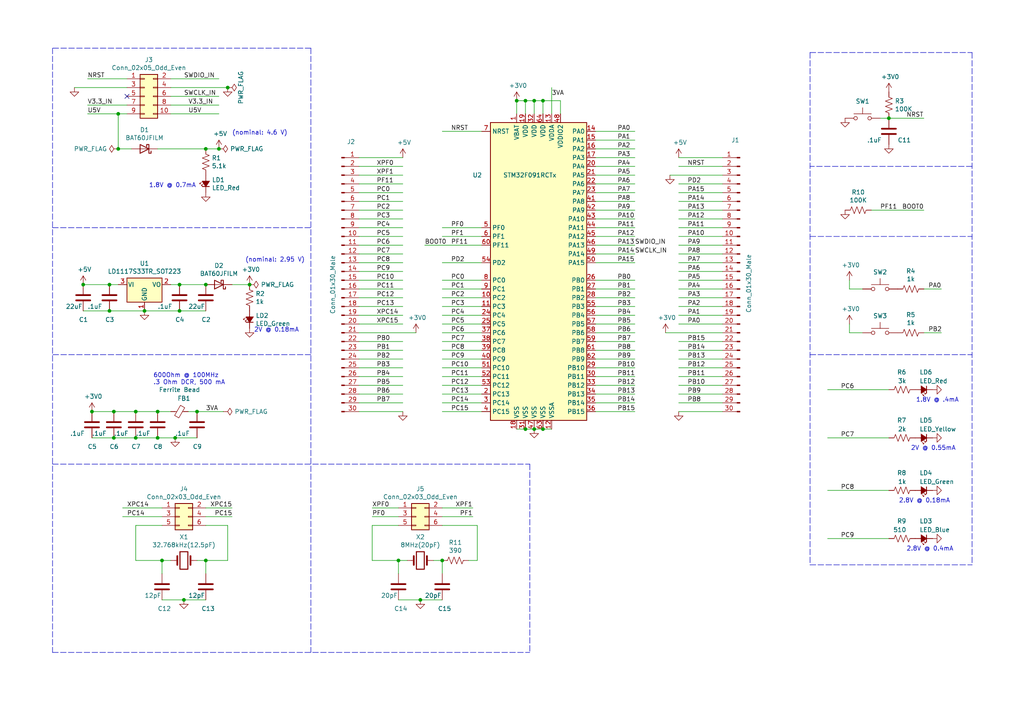
<source format=kicad_sch>
(kicad_sch (version 20211123) (generator eeschema)
  (paper "A4")
  (title_block (title "STM32F091 Dev Board") (date "2020-06-22") (rev "1"))
  (lib_symbols
    (symbol "Connector:Conn_01x30_Male" (pin_names (offset 1.016) hide)
      (property "Reference" "J" (at 0 38.1 0))
      (property "Value" "Conn_01x30_Male" (at 0 -40.64 0))
      (symbol "Conn_01x30_Male_1_1"
        (pin passive line (at 5.08 35.56 180) (length 3.81) (name "Pin_1") (number "1"))
        (pin passive line (at 5.08 12.7 180) (length 3.81) (name "Pin_10") (number "10"))
        (pin passive line (at 5.08 10.16 180) (length 3.81) (name "Pin_11") (number "11"))
        (pin passive line (at 5.08 7.62 180) (length 3.81) (name "Pin_12") (number "12"))
        (pin passive line (at 5.08 5.08 180) (length 3.81) (name "Pin_13") (number "13"))
        (pin passive line (at 5.08 2.54 180) (length 3.81) (name "Pin_14") (number "14"))
        (pin passive line (at 5.08 0 180) (length 3.81) (name "Pin_15") (number "15"))
        (pin passive line (at 5.08 -2.54 180) (length 3.81) (name "Pin_16") (number "16"))
        (pin passive line (at 5.08 -5.08 180) (length 3.81) (name "Pin_17") (number "17"))
        (pin passive line (at 5.08 -7.62 180) (length 3.81) (name "Pin_18") (number "18"))
        (pin passive line (at 5.08 -10.16 180) (length 3.81) (name "Pin_19") (number "19"))
        (pin passive line (at 5.08 33.02 180) (length 3.81) (name "Pin_2") (number "2"))
        (pin passive line (at 5.08 -12.7 180) (length 3.81) (name "Pin_20") (number "20"))
        (pin passive line (at 5.08 -15.24 180) (length 3.81) (name "Pin_21") (number "21"))
        (pin passive line (at 5.08 -17.78 180) (length 3.81) (name "Pin_22") (number "22"))
        (pin passive line (at 5.08 -20.32 180) (length 3.81) (name "Pin_23") (number "23"))
        (pin passive line (at 5.08 -22.86 180) (length 3.81) (name "Pin_24") (number "24"))
        (pin passive line (at 5.08 -25.4 180) (length 3.81) (name "Pin_25") (number "25"))
        (pin passive line (at 5.08 -27.94 180) (length 3.81) (name "Pin_26") (number "26"))
        (pin passive line (at 5.08 -30.48 180) (length 3.81) (name "Pin_27") (number "27"))
        (pin passive line (at 5.08 -33.02 180) (length 3.81) (name "Pin_28") (number "28"))
        (pin passive line (at 5.08 -35.56 180) (length 3.81) (name "Pin_29") (number "29"))
        (pin passive line (at 5.08 30.48 180) (length 3.81) (name "Pin_3") (number "3"))
        (pin passive line (at 5.08 -38.1 180) (length 3.81) (name "Pin_30") (number "30"))
        (pin passive line (at 5.08 27.94 180) (length 3.81) (name "Pin_4") (number "4"))
        (pin passive line (at 5.08 25.4 180) (length 3.81) (name "Pin_5") (number "5"))
        (pin passive line (at 5.08 22.86 180) (length 3.81) (name "Pin_6") (number "6"))
        (pin passive line (at 5.08 20.32 180) (length 3.81) (name "Pin_7") (number "7"))
        (pin passive line (at 5.08 17.78 180) (length 3.81) (name "Pin_8") (number "8"))
        (pin passive line (at 5.08 15.24 180) (length 3.81) (name "Pin_9") (number "9"))
      )
    )
    (symbol "Connector_Generic:Conn_02x03_Odd_Even" (pin_names (offset 1.016) hide)
      (property "Reference" "J" (at 1.27 5.08 0))
      (property "Value" "Conn_02x03_Odd_Even" (at 1.27 -5.08 0))
      (symbol "Conn_02x03_Odd_Even_1_1"
        (pin passive line (at -5.08 2.54 0) (length 3.81) (name "Pin_1") (number "1"))
        (pin passive line (at 7.62 2.54 180) (length 3.81) (name "Pin_2") (number "2"))
        (pin passive line (at -5.08 0 0) (length 3.81) (name "Pin_3") (number "3"))
        (pin passive line (at 7.62 0 180) (length 3.81) (name "Pin_4") (number "4"))
        (pin passive line (at -5.08 -2.54 0) (length 3.81) (name "Pin_5") (number "5"))
        (pin passive line (at 7.62 -2.54 180) (length 3.81) (name "Pin_6") (number "6"))
      )
    )
    (symbol "Connector_Generic:Conn_02x05_Odd_Even" (pin_names (offset 1.016) hide)
      (property "Reference" "J" (at 1.27 7.62 0))
      (property "Value" "Conn_02x05_Odd_Even" (at 1.27 -7.62 0))
      (symbol "Conn_02x05_Odd_Even_1_1"
        (pin passive line (at -5.08 5.08 0) (length 3.81) (name "Pin_1") (number "1"))
        (pin passive line (at 7.62 -5.08 180) (length 3.81) (name "Pin_10") (number "10"))
        (pin passive line (at 7.62 5.08 180) (length 3.81) (name "Pin_2") (number "2"))
        (pin passive line (at -5.08 2.54 0) (length 3.81) (name "Pin_3") (number "3"))
        (pin passive line (at 7.62 2.54 180) (length 3.81) (name "Pin_4") (number "4"))
        (pin passive line (at -5.08 0 0) (length 3.81) (name "Pin_5") (number "5"))
        (pin passive line (at 7.62 0 180) (length 3.81) (name "Pin_6") (number "6"))
        (pin passive line (at -5.08 -2.54 0) (length 3.81) (name "Pin_7") (number "7"))
        (pin passive line (at 7.62 -2.54 180) (length 3.81) (name "Pin_8") (number "8"))
        (pin passive line (at -5.08 -5.08 0) (length 3.81) (name "Pin_9") (number "9"))
      )
    )
    (symbol "Device:C" (pin_numbers hide) (pin_names (offset 0.254))
      (property "Reference" "C" (at 0.635 2.54 0))
      (property "Value" "C" (at 0.635 -2.54 0))
      (symbol "C_1_1"
        (pin passive line (at 0 3.81 270) (length 2.794) (name "~") (number "1"))
        (pin passive line (at 0 -3.81 90) (length 2.794) (name "~") (number "2"))
      )
    )
    (symbol "Device:Crystal" (pin_numbers hide) (pin_names (offset 1.016) hide)
      (property "Reference" "Y" (at 0 3.81 0))
      (property "Value" "Crystal" (at 0 -3.81 0))
      (symbol "Crystal_1_1"
        (pin passive line (at -3.81 0 0) (length 1.27) (name "1") (number "1"))
        (pin passive line (at 3.81 0 180) (length 1.27) (name "2") (number "2"))
      )
    )
    (symbol "Device:R_US" (pin_numbers hide) (pin_names (offset 0))
      (property "Reference" "R" (at 2.54 0 90))
      (property "Value" "R_US" (at -2.54 0 90))
      (symbol "R_US_1_1"
        (pin passive line (at 0 3.81 270) (length 1.27) (name "~") (number "1"))
        (pin passive line (at 0 -3.81 90) (length 1.27) (name "~") (number "2"))
      )
    )
    (symbol "Diode:BAT60A" (pin_numbers hide) (pin_names (offset 1.016) hide)
      (property "Reference" "D" (at 0 2.54 0))
      (property "Value" "BAT60A" (at 0 -2.54 0))
      (symbol "BAT60A_1_1"
        (pin passive line (at -3.81 0 0) (length 2.54) (name "K") (number "1"))
        (pin passive line (at 3.81 0 180) (length 2.54) (name "A") (number "2"))
      )
    )
    (symbol "MCU_ST_STM32F0:STM32F091RCTx"
      (property "Reference" "U" (at -15.24 44.45 0))
      (property "Value" "STM32F091RCTx" (at 7.62 44.45 0))
      (symbol "STM32F091RCTx_1_1"
        (pin power_in line (at -7.62 45.72 270) (length 2.54) (name "VBAT") (number "1"))
        (pin bidirectional line (at -17.78 -7.62 0) (length 2.54) (name "PC2") (number "10"))
        (pin bidirectional line (at -17.78 -10.16 0) (length 2.54) (name "PC3") (number "11"))
        (pin power_in line (at 2.54 -45.72 90) (length 2.54) (name "VSSA") (number "12"))
        (pin power_in line (at 2.54 45.72 270) (length 2.54) (name "VDDA") (number "13"))
        (pin bidirectional line (at 15.24 40.64 180) (length 2.54) (name "PA0") (number "14"))
        (pin bidirectional line (at 15.24 38.1 180) (length 2.54) (name "PA1") (number "15"))
        (pin bidirectional line (at 15.24 35.56 180) (length 2.54) (name "PA2") (number "16"))
        (pin bidirectional line (at 15.24 33.02 180) (length 2.54) (name "PA3") (number "17"))
        (pin power_in line (at -7.62 -45.72 90) (length 2.54) (name "VSS") (number "18"))
        (pin power_in line (at -5.08 45.72 270) (length 2.54) (name "VDD") (number "19"))
        (pin bidirectional line (at -17.78 -35.56 0) (length 2.54) (name "PC13") (number "2"))
        (pin bidirectional line (at 15.24 30.48 180) (length 2.54) (name "PA4") (number "20"))
        (pin bidirectional line (at 15.24 27.94 180) (length 2.54) (name "PA5") (number "21"))
        (pin bidirectional line (at 15.24 25.4 180) (length 2.54) (name "PA6") (number "22"))
        (pin bidirectional line (at 15.24 22.86 180) (length 2.54) (name "PA7") (number "23"))
        (pin bidirectional line (at -17.78 -12.7 0) (length 2.54) (name "PC4") (number "24"))
        (pin bidirectional line (at -17.78 -15.24 0) (length 2.54) (name "PC5") (number "25"))
        (pin bidirectional line (at 15.24 -2.54 180) (length 2.54) (name "PB0") (number "26"))
        (pin bidirectional line (at 15.24 -5.08 180) (length 2.54) (name "PB1") (number "27"))
        (pin bidirectional line (at 15.24 -7.62 180) (length 2.54) (name "PB2") (number "28"))
        (pin bidirectional line (at 15.24 -27.94 180) (length 2.54) (name "PB10") (number "29"))
        (pin bidirectional line (at -17.78 -38.1 0) (length 2.54) (name "PC14") (number "3"))
        (pin bidirectional line (at 15.24 -30.48 180) (length 2.54) (name "PB11") (number "30"))
        (pin power_in line (at -5.08 -45.72 90) (length 2.54) (name "VSS") (number "31"))
        (pin power_in line (at -2.54 45.72 270) (length 2.54) (name "VDD") (number "32"))
        (pin bidirectional line (at 15.24 -33.02 180) (length 2.54) (name "PB12") (number "33"))
        (pin bidirectional line (at 15.24 -35.56 180) (length 2.54) (name "PB13") (number "34"))
        (pin bidirectional line (at 15.24 -38.1 180) (length 2.54) (name "PB14") (number "35"))
        (pin bidirectional line (at 15.24 -40.64 180) (length 2.54) (name "PB15") (number "36"))
        (pin bidirectional line (at -17.78 -17.78 0) (length 2.54) (name "PC6") (number "37"))
        (pin bidirectional line (at -17.78 -20.32 0) (length 2.54) (name "PC7") (number "38"))
        (pin bidirectional line (at -17.78 -22.86 0) (length 2.54) (name "PC8") (number "39"))
        (pin bidirectional line (at -17.78 -40.64 0) (length 2.54) (name "PC15") (number "4"))
        (pin bidirectional line (at -17.78 -25.4 0) (length 2.54) (name "PC9") (number "40"))
        (pin bidirectional line (at 15.24 20.32 180) (length 2.54) (name "PA8") (number "41"))
        (pin bidirectional line (at 15.24 17.78 180) (length 2.54) (name "PA9") (number "42"))
        (pin bidirectional line (at 15.24 15.24 180) (length 2.54) (name "PA10") (number "43"))
        (pin bidirectional line (at 15.24 12.7 180) (length 2.54) (name "PA11") (number "44"))
        (pin bidirectional line (at 15.24 10.16 180) (length 2.54) (name "PA12") (number "45"))
        (pin bidirectional line (at 15.24 7.62 180) (length 2.54) (name "PA13") (number "46"))
        (pin power_in line (at -2.54 -45.72 90) (length 2.54) (name "VSS") (number "47"))
        (pin power_in line (at 5.08 45.72 270) (length 2.54) (name "VDDIO2") (number "48"))
        (pin bidirectional line (at 15.24 5.08 180) (length 2.54) (name "PA14") (number "49"))
        (pin input line (at -17.78 12.7 0) (length 2.54) (name "PF0") (number "5"))
        (pin bidirectional line (at 15.24 2.54 180) (length 2.54) (name "PA15") (number "50"))
        (pin bidirectional line (at -17.78 -27.94 0) (length 2.54) (name "PC10") (number "51"))
        (pin bidirectional line (at -17.78 -30.48 0) (length 2.54) (name "PC11") (number "52"))
        (pin bidirectional line (at -17.78 -33.02 0) (length 2.54) (name "PC12") (number "53"))
        (pin bidirectional line (at -17.78 2.54 0) (length 2.54) (name "PD2") (number "54"))
        (pin bidirectional line (at 15.24 -10.16 180) (length 2.54) (name "PB3") (number "55"))
        (pin bidirectional line (at 15.24 -12.7 180) (length 2.54) (name "PB4") (number "56"))
        (pin bidirectional line (at 15.24 -15.24 180) (length 2.54) (name "PB5") (number "57"))
        (pin bidirectional line (at 15.24 -17.78 180) (length 2.54) (name "PB6") (number "58"))
        (pin bidirectional line (at 15.24 -20.32 180) (length 2.54) (name "PB7") (number "59"))
        (pin input line (at -17.78 10.16 0) (length 2.54) (name "PF1") (number "6"))
        (pin bidirectional line (at -17.78 7.62 0) (length 2.54) (name "PF11") (number "60"))
        (pin bidirectional line (at 15.24 -22.86 180) (length 2.54) (name "PB8") (number "61"))
        (pin bidirectional line (at 15.24 -25.4 180) (length 2.54) (name "PB9") (number "62"))
        (pin power_in line (at 0 -45.72 90) (length 2.54) (name "VSS") (number "63"))
        (pin power_in line (at 0 45.72 270) (length 2.54) (name "VDD") (number "64"))
        (pin input line (at -17.78 40.64 0) (length 2.54) (name "NRST") (number "7"))
        (pin bidirectional line (at -17.78 -2.54 0) (length 2.54) (name "PC0") (number "8"))
        (pin bidirectional line (at -17.78 -5.08 0) (length 2.54) (name "PC1") (number "9"))
      )
    )
    (symbol "Regulator_Linear:LD1117S33TR_SOT223" (pin_names (offset 0.254))
      (property "Reference" "U" (at -3.81 3.175 0))
      (property "Value" "LD1117S33TR_SOT223" (at 0 3.175 0))
      (symbol "LD1117S33TR_SOT223_1_1"
        (pin power_in line (at 0 -7.62 90) (length 2.54) (name "GND") (number "1"))
        (pin power_out line (at 7.62 0 180) (length 2.54) (name "VO") (number "2"))
        (pin power_in line (at -7.62 0 0) (length 2.54) (name "VI") (number "3"))
      )
    )
    (symbol "Switch:SW_Push" (pin_numbers hide) (pin_names (offset 1.016) hide)
      (property "Reference" "SW" (at 1.27 2.54 0))
      (property "Value" "SW_Push" (at 0 -1.524 0))
      (symbol "SW_Push_0_1"
        (pin passive line (at -5.08 0 0) (length 2.54) (name "1") (number "1"))
        (pin passive line (at 5.08 0 180) (length 2.54) (name "2") (number "2"))
      )
    )
    (symbol "power:+3V0" (power) (pin_names (offset 0))
      (property "Value" "+3V0" (at 0 3.556 0))
      (symbol "+3V0_1_1"
        (pin power_in line (at 0 0 90) (length 0) hide (name "+3V0") (number "1"))
      )
    )
    (symbol "power:+5V" (power) (pin_names (offset 0))
      (property "Value" "+5V" (at 0 3.556 0))
      (symbol "+5V_1_1"
        (pin power_in line (at 0 0 90) (length 0) hide (name "+5V") (number "1"))
      )
    )
    (symbol "power:GND" (power) (pin_names (offset 0))
      (property "Value" "GND" (at 0 -3.81 0))
      (symbol "GND_1_1"
        (pin power_in line (at 0 0 270) (length 0) hide (name "GND") (number "1"))
      )
    )
    (symbol "power:PWR_FLAG" (power) (pin_numbers hide) (pin_names (offset 0) hide)
      (property "Value" "PWR_FLAG" (at 0 3.81 0))
      (symbol "PWR_FLAG_0_0"
        (pin power_out line (at 0 0 90) (length 0) (name "pwr") (number "1"))
      )
    )
    (symbol "stm32f091-rescue:Ferrite_Bead_Small-Device" (pin_numbers hide) (pin_names (offset 0))
      (property "Reference" "FB" (at 1.905 1.27 0))
      (property "Value" "Ferrite_Bead_Small-Device" (at 1.905 -1.27 0))
      (symbol "Ferrite_Bead_Small-Device_1_1"
        (pin passive line (at 0 2.54 270) (length 1.27) (name "~") (number "1"))
        (pin passive line (at 0 -2.54 90) (length 1.27) (name "~") (number "2"))
      )
    )
    (symbol "stm32f091-rescue:LED_Small_ALT-Device" (pin_numbers hide) (pin_names (offset 0.254) hide)
      (property "Reference" "D" (at -1.27 3.175 0))
      (property "Value" "LED_Small_ALT-Device" (at -4.445 -2.54 0))
      (symbol "LED_Small_ALT-Device_1_1"
        (pin passive line (at -2.54 0 0) (length 1.778) (name "K") (number "1"))
        (pin passive line (at 2.54 0 180) (length 1.778) (name "A") (number "2"))
      )
    )
  )
  (junction (at 50.8 127))
  (junction (at 34.29 33.02))
  (junction (at 257.81 34.29))
  (junction (at 59.69 82.55))
  (junction (at 24.13 82.55))
  (junction (at 157.48 124.46))
  (junction (at 72.39 82.55))
  (junction (at 57.15 119.38))
  (junction (at 53.34 173.99))
  (junction (at 115.57 162.56))
  (junction (at 31.75 82.55))
  (junction (at 26.67 119.38))
  (junction (at 45.72 127))
  (junction (at 39.37 119.38))
  (junction (at 52.07 82.55))
  (junction (at 152.4 29.21))
  (junction (at 31.75 90.17))
  (junction (at 52.07 90.17))
  (junction (at 39.37 127))
  (junction (at 45.72 119.38))
  (junction (at 46.99 162.56))
  (junction (at 33.02 119.38))
  (junction (at 121.92 173.99))
  (junction (at 66.04 25.4))
  (junction (at 59.69 43.18))
  (junction (at 34.29 43.18))
  (junction (at 63.5 43.18))
  (junction (at 157.48 29.21))
  (junction (at 154.94 124.46))
  (junction (at 33.02 127))
  (junction (at 149.86 29.21))
  (junction (at 154.94 29.21))
  (junction (at 59.69 162.56))
  (junction (at 152.4 124.46))
  (junction (at 41.91 90.17))
  (junction (at 128.27 162.56))
  (no_connect (at 36.83 27.94))
  (wire (pts (xy 139.7 99.06) (xy 128.27 99.06)))
  (wire (pts (xy 172.72 86.36) (xy 184.15 86.36)))
  (wire (pts (xy 139.7 96.52) (xy 128.27 96.52)))
  (wire (pts (xy 57.15 162.56) (xy 59.69 162.56)))
  (wire (pts (xy 67.31 82.55) (xy 72.39 82.55)))
  (wire (pts (xy 209.55 116.84) (xy 196.85 116.84)))
  (wire (pts (xy 139.7 88.9) (xy 128.27 88.9)))
  (wire (pts (xy 39.37 152.4) (xy 39.37 162.56)))
  (wire (pts (xy 172.72 48.26) (xy 184.15 48.26)))
  (polyline (pts (xy 15.24 134.62) (xy 153.67 134.62)))
  (wire (pts (xy 34.29 82.55) (xy 31.75 82.55)))
  (wire (pts (xy 26.67 119.38) (xy 33.02 119.38)))
  (wire (pts (xy 104.14 78.74) (xy 116.84 78.74)))
  (wire (pts (xy 59.69 162.56) (xy 59.69 166.37)))
  (wire (pts (xy 34.29 43.18) (xy 38.1 43.18)))
  (wire (pts (xy 104.14 50.8) (xy 116.84 50.8)))
  (wire (pts (xy 149.86 124.46) (xy 152.4 124.46)))
  (wire (pts (xy 24.13 90.17) (xy 31.75 90.17)))
  (wire (pts (xy 54.61 119.38) (xy 57.15 119.38)))
  (wire (pts (xy 104.14 81.28) (xy 116.84 81.28)))
  (wire (pts (xy 104.14 66.04) (xy 116.84 66.04)))
  (wire (pts (xy 50.8 127) (xy 57.15 127)))
  (wire (pts (xy 246.38 93.98) (xy 246.38 96.52)))
  (wire (pts (xy 115.57 152.4) (xy 107.95 152.4)))
  (wire (pts (xy 139.7 76.2) (xy 128.27 76.2)))
  (wire (pts (xy 172.72 76.2) (xy 184.15 76.2)))
  (polyline (pts (xy 234.95 102.87) (xy 281.94 102.87)))
  (polyline (pts (xy 153.67 134.62) (xy 153.67 189.23)))
  (wire (pts (xy 209.55 55.88) (xy 196.85 55.88)))
  (polyline (pts (xy 15.24 13.97) (xy 15.24 189.23)))
  (wire (pts (xy 39.37 127) (xy 45.72 127)))
  (polyline (pts (xy 281.94 48.26) (xy 234.95 48.26)))
  (wire (pts (xy 172.72 73.66) (xy 184.15 73.66)))
  (wire (pts (xy 209.55 68.58) (xy 196.85 68.58)))
  (wire (pts (xy 139.7 101.6) (xy 128.27 101.6)))
  (wire (pts (xy 26.67 127) (xy 33.02 127)))
  (wire (pts (xy 107.95 152.4) (xy 107.95 162.56)))
  (wire (pts (xy 172.72 38.1) (xy 184.15 38.1)))
  (polyline (pts (xy 234.95 15.24) (xy 234.95 163.83)))
  (wire (pts (xy 104.14 48.26) (xy 116.84 48.26)))
  (wire (pts (xy 209.55 111.76) (xy 196.85 111.76)))
  (wire (pts (xy 172.72 119.38) (xy 184.15 119.38)))
  (wire (pts (xy 66.04 152.4) (xy 66.04 162.56)))
  (wire (pts (xy 104.14 91.44) (xy 116.84 91.44)))
  (wire (pts (xy 45.72 127) (xy 50.8 127)))
  (wire (pts (xy 255.27 34.29) (xy 257.81 34.29)))
  (wire (pts (xy 209.55 63.5) (xy 196.85 63.5)))
  (wire (pts (xy 59.69 152.4) (xy 66.04 152.4)))
  (wire (pts (xy 31.75 90.17) (xy 41.91 90.17)))
  (wire (pts (xy 162.56 29.21) (xy 162.56 33.02)))
  (wire (pts (xy 137.16 149.86) (xy 128.27 149.86)))
  (wire (pts (xy 104.14 71.12) (xy 116.84 71.12)))
  (wire (pts (xy 52.07 90.17) (xy 59.69 90.17)))
  (wire (pts (xy 172.72 91.44) (xy 184.15 91.44)))
  (wire (pts (xy 257.81 113.03) (xy 240.03 113.03)))
  (wire (pts (xy 172.72 81.28) (xy 184.15 81.28)))
  (wire (pts (xy 209.55 86.36) (xy 196.85 86.36)))
  (wire (pts (xy 257.81 127) (xy 240.03 127)))
  (wire (pts (xy 104.14 60.96) (xy 116.84 60.96)))
  (wire (pts (xy 59.69 147.32) (xy 67.31 147.32)))
  (wire (pts (xy 139.7 86.36) (xy 128.27 86.36)))
  (wire (pts (xy 157.48 29.21) (xy 162.56 29.21)))
  (wire (pts (xy 115.57 162.56) (xy 115.57 166.37)))
  (wire (pts (xy 209.55 109.22) (xy 196.85 109.22)))
  (wire (pts (xy 107.95 147.32) (xy 115.57 147.32)))
  (wire (pts (xy 139.7 38.1) (xy 128.27 38.1)))
  (wire (pts (xy 34.29 33.02) (xy 25.4 33.02)))
  (wire (pts (xy 139.7 106.68) (xy 128.27 106.68)))
  (wire (pts (xy 152.4 33.02) (xy 152.4 29.21)))
  (wire (pts (xy 139.7 119.38) (xy 128.27 119.38)))
  (wire (pts (xy 209.55 53.34) (xy 196.85 53.34)))
  (wire (pts (xy 149.86 29.21) (xy 152.4 29.21)))
  (wire (pts (xy 172.72 71.12) (xy 184.15 71.12)))
  (wire (pts (xy 209.55 99.06) (xy 196.85 99.06)))
  (polyline (pts (xy 234.95 15.24) (xy 281.94 15.24)))
  (wire (pts (xy 104.14 119.38) (xy 116.84 119.38)))
  (wire (pts (xy 246.38 81.28) (xy 246.38 83.82)))
  (wire (pts (xy 139.7 109.22) (xy 128.27 109.22)))
  (wire (pts (xy 172.72 99.06) (xy 184.15 99.06)))
  (wire (pts (xy 104.14 86.36) (xy 116.84 86.36)))
  (wire (pts (xy 104.14 106.68) (xy 116.84 106.68)))
  (wire (pts (xy 46.99 173.99) (xy 53.34 173.99)))
  (wire (pts (xy 209.55 101.6) (xy 196.85 101.6)))
  (wire (pts (xy 104.14 63.5) (xy 116.84 63.5)))
  (wire (pts (xy 104.14 53.34) (xy 116.84 53.34)))
  (wire (pts (xy 209.55 91.44) (xy 196.85 91.44)))
  (wire (pts (xy 104.14 114.3) (xy 116.84 114.3)))
  (wire (pts (xy 172.72 104.14) (xy 184.15 104.14)))
  (wire (pts (xy 49.53 25.4) (xy 66.04 25.4)))
  (wire (pts (xy 107.95 162.56) (xy 115.57 162.56)))
  (wire (pts (xy 172.72 58.42) (xy 184.15 58.42)))
  (wire (pts (xy 104.14 96.52) (xy 120.65 96.52)))
  (wire (pts (xy 172.72 60.96) (xy 184.15 60.96)))
  (wire (pts (xy 172.72 43.18) (xy 184.15 43.18)))
  (wire (pts (xy 59.69 43.18) (xy 45.72 43.18)))
  (wire (pts (xy 172.72 88.9) (xy 184.15 88.9)))
  (wire (pts (xy 172.72 50.8) (xy 184.15 50.8)))
  (wire (pts (xy 154.94 29.21) (xy 157.48 29.21)))
  (wire (pts (xy 49.53 162.56) (xy 46.99 162.56)))
  (wire (pts (xy 139.7 68.58) (xy 128.27 68.58)))
  (wire (pts (xy 257.81 156.21) (xy 240.03 156.21)))
  (wire (pts (xy 252.73 60.96) (xy 267.97 60.96)))
  (wire (pts (xy 139.7 81.28) (xy 128.27 81.28)))
  (wire (pts (xy 209.55 71.12) (xy 196.85 71.12)))
  (wire (pts (xy 46.99 162.56) (xy 46.99 166.37)))
  (wire (pts (xy 104.14 116.84) (xy 116.84 116.84)))
  (wire (pts (xy 104.14 83.82) (xy 116.84 83.82)))
  (wire (pts (xy 209.55 60.96) (xy 196.85 60.96)))
  (wire (pts (xy 41.91 90.17) (xy 52.07 90.17)))
  (wire (pts (xy 33.02 119.38) (xy 39.37 119.38)))
  (polyline (pts (xy 234.95 68.58) (xy 281.94 68.58)))
  (wire (pts (xy 128.27 162.56) (xy 128.27 166.37)))
  (wire (pts (xy 46.99 152.4) (xy 39.37 152.4)))
  (wire (pts (xy 52.07 82.55) (xy 59.69 82.55)))
  (wire (pts (xy 267.97 96.52) (xy 273.05 96.52)))
  (wire (pts (xy 104.14 45.72) (xy 116.84 45.72)))
  (wire (pts (xy 36.83 22.86) (xy 25.4 22.86)))
  (wire (pts (xy 209.55 48.26) (xy 196.85 48.26)))
  (wire (pts (xy 39.37 162.56) (xy 46.99 162.56)))
  (wire (pts (xy 152.4 29.21) (xy 154.94 29.21)))
  (wire (pts (xy 172.72 68.58) (xy 184.15 68.58)))
  (wire (pts (xy 139.7 83.82) (xy 128.27 83.82)))
  (wire (pts (xy 39.37 119.38) (xy 45.72 119.38)))
  (polyline (pts (xy 90.17 13.97) (xy 15.24 13.97)))
  (wire (pts (xy 172.72 66.04) (xy 184.15 66.04)))
  (wire (pts (xy 139.7 116.84) (xy 128.27 116.84)))
  (wire (pts (xy 35.56 147.32) (xy 46.99 147.32)))
  (wire (pts (xy 149.86 33.02) (xy 149.86 29.21)))
  (wire (pts (xy 209.55 88.9) (xy 196.85 88.9)))
  (wire (pts (xy 135.89 162.56) (xy 138.43 162.56)))
  (wire (pts (xy 154.94 33.02) (xy 154.94 29.21)))
  (wire (pts (xy 45.72 119.38) (xy 49.53 119.38)))
  (wire (pts (xy 209.55 114.3) (xy 196.85 114.3)))
  (wire (pts (xy 209.55 76.2) (xy 196.85 76.2)))
  (polyline (pts (xy 234.95 163.83) (xy 281.94 163.83)))
  (wire (pts (xy 36.83 33.02) (xy 34.29 33.02)))
  (wire (pts (xy 172.72 53.34) (xy 184.15 53.34)))
  (wire (pts (xy 209.55 93.98) (xy 196.85 93.98)))
  (wire (pts (xy 172.72 116.84) (xy 184.15 116.84)))
  (wire (pts (xy 66.04 162.56) (xy 59.69 162.56)))
  (wire (pts (xy 104.14 101.6) (xy 116.84 101.6)))
  (wire (pts (xy 115.57 173.99) (xy 121.92 173.99)))
  (wire (pts (xy 209.55 58.42) (xy 196.85 58.42)))
  (wire (pts (xy 209.55 119.38) (xy 196.85 119.38)))
  (wire (pts (xy 104.14 76.2) (xy 116.84 76.2)))
  (wire (pts (xy 49.53 82.55) (xy 52.07 82.55)))
  (wire (pts (xy 160.02 33.02) (xy 160.02 25.4)))
  (wire (pts (xy 139.7 114.3) (xy 128.27 114.3)))
  (wire (pts (xy 209.55 73.66) (xy 196.85 73.66)))
  (wire (pts (xy 172.72 111.76) (xy 184.15 111.76)))
  (wire (pts (xy 193.04 96.52) (xy 209.55 96.52)))
  (wire (pts (xy 36.83 30.48) (xy 25.4 30.48)))
  (wire (pts (xy 138.43 152.4) (xy 128.27 152.4)))
  (wire (pts (xy 209.55 78.74) (xy 196.85 78.74)))
  (wire (pts (xy 157.48 33.02) (xy 157.48 29.21)))
  (wire (pts (xy 63.5 43.18) (xy 59.69 43.18)))
  (wire (pts (xy 139.7 104.14) (xy 128.27 104.14)))
  (wire (pts (xy 104.14 111.76) (xy 116.84 111.76)))
  (wire (pts (xy 172.72 109.22) (xy 184.15 109.22)))
  (wire (pts (xy 21.59 25.4) (xy 36.83 25.4)))
  (wire (pts (xy 104.14 109.22) (xy 116.84 109.22)))
  (wire (pts (xy 104.14 73.66) (xy 116.84 73.66)))
  (wire (pts (xy 209.55 66.04) (xy 196.85 66.04)))
  (wire (pts (xy 35.56 149.86) (xy 46.99 149.86)))
  (wire (pts (xy 139.7 93.98) (xy 128.27 93.98)))
  (wire (pts (xy 209.55 45.72) (xy 196.85 45.72)))
  (wire (pts (xy 33.02 127) (xy 39.37 127)))
  (wire (pts (xy 152.4 124.46) (xy 154.94 124.46)))
  (wire (pts (xy 172.72 93.98) (xy 184.15 93.98)))
  (wire (pts (xy 49.53 30.48) (xy 63.5 30.48)))
  (polyline (pts (xy 281.94 15.24) (xy 281.94 163.83)))
  (wire (pts (xy 138.43 162.56) (xy 138.43 152.4)))
  (wire (pts (xy 49.53 33.02) (xy 63.5 33.02)))
  (wire (pts (xy 209.55 104.14) (xy 196.85 104.14)))
  (wire (pts (xy 137.16 147.32) (xy 128.27 147.32)))
  (polyline (pts (xy 15.24 189.23) (xy 153.67 189.23)))
  (polyline (pts (xy 15.24 66.04) (xy 90.17 66.04)))
  (wire (pts (xy 104.14 88.9) (xy 116.84 88.9)))
  (wire (pts (xy 139.7 91.44) (xy 128.27 91.44)))
  (polyline (pts (xy 90.17 13.97) (xy 90.17 189.23)))
  (wire (pts (xy 125.73 162.56) (xy 128.27 162.56)))
  (wire (pts (xy 104.14 104.14) (xy 116.84 104.14)))
  (wire (pts (xy 209.55 83.82) (xy 196.85 83.82)))
  (wire (pts (xy 104.14 58.42) (xy 116.84 58.42)))
  (wire (pts (xy 59.69 149.86) (xy 67.31 149.86)))
  (wire (pts (xy 209.55 81.28) (xy 196.85 81.28)))
  (wire (pts (xy 34.29 33.02) (xy 34.29 43.18)))
  (wire (pts (xy 267.97 83.82) (xy 273.05 83.82)))
  (wire (pts (xy 257.81 34.29) (xy 267.97 34.29)))
  (polyline (pts (xy 90.17 102.87) (xy 15.24 102.87)))
  (wire (pts (xy 194.31 50.8) (xy 209.55 50.8)))
  (wire (pts (xy 172.72 63.5) (xy 184.15 63.5)))
  (wire (pts (xy 209.55 106.68) (xy 196.85 106.68)))
  (wire (pts (xy 107.95 149.86) (xy 115.57 149.86)))
  (wire (pts (xy 172.72 106.68) (xy 184.15 106.68)))
  (wire (pts (xy 104.14 99.06) (xy 116.84 99.06)))
  (wire (pts (xy 104.14 55.88) (xy 116.84 55.88)))
  (wire (pts (xy 246.38 83.82) (xy 250.19 83.82)))
  (wire (pts (xy 123.19 71.12) (xy 139.7 71.12)))
  (wire (pts (xy 53.34 173.99) (xy 59.69 173.99)))
  (wire (pts (xy 172.72 101.6) (xy 184.15 101.6)))
  (wire (pts (xy 139.7 111.76) (xy 128.27 111.76)))
  (wire (pts (xy 172.72 114.3) (xy 184.15 114.3)))
  (wire (pts (xy 157.48 124.46) (xy 160.02 124.46)))
  (wire (pts (xy 118.11 162.56) (xy 115.57 162.56)))
  (wire (pts (xy 172.72 55.88) (xy 184.15 55.88)))
  (wire (pts (xy 49.53 22.86) (xy 63.5 22.86)))
  (wire (pts (xy 246.38 96.52) (xy 250.19 96.52)))
  (wire (pts (xy 104.14 93.98) (xy 116.84 93.98)))
  (wire (pts (xy 104.14 68.58) (xy 116.84 68.58)))
  (wire (pts (xy 49.53 27.94) (xy 63.5 27.94)))
  (wire (pts (xy 121.92 173.99) (xy 128.27 173.99)))
  (wire (pts (xy 172.72 45.72) (xy 184.15 45.72)))
  (wire (pts (xy 24.13 82.55) (xy 31.75 82.55)))
  (wire (pts (xy 154.94 124.46) (xy 157.48 124.46)))
  (wire (pts (xy 172.72 40.64) (xy 184.15 40.64)))
  (wire (pts (xy 172.72 96.52) (xy 184.15 96.52)))
  (wire (pts (xy 172.72 83.82) (xy 184.15 83.82)))
  (wire (pts (xy 257.81 142.24) (xy 240.03 142.24)))
  (wire (pts (xy 57.15 119.38) (xy 64.77 119.38)))
  (wire (pts (xy 139.7 66.04) (xy 128.27 66.04)))
  (text "2V @ 0.18mA" (at 73.66 96.52 0) (effects (font (size 1.27 1.27)) (justify left bottom)))
  (text "2.8V @ 0.18mA" (at 275.59 146.05 180) (effects (font (size 1.27 1.27)) (justify right bottom)))
  (text "(nominal: 4.6 V)" (at 67.31 39.37 0) (effects (font (size 1.27 1.27)) (justify left bottom)))
  (text "1.8V @ 0.7mA" (at 43.18 54.61 0) (effects (font (size 1.27 1.27)) (justify left bottom)))
  (text "600Ohm @ 100MHz\n.3 Ohm DCR, 500 mA" (at 44.45 111.76 0) (effects (font (size 1.27 1.27)) (justify left bottom)))
  (text "2V @ 0.55mA" (at 264.16 130.81 0) (effects (font (size 1.27 1.27)) (justify left bottom)))
  (text "2.8V @ 0.4mA" (at 262.89 160.02 0) (effects (font (size 1.27 1.27)) (justify left bottom)))
  (text "1.8V @ .4mA" (at 278.13 116.84 180) (effects (font (size 1.27 1.27)) (justify right bottom)))
  (text "(nominal: 2.95 V)" (at 71.12 76.2 0) (effects (font (size 1.27 1.27)) (justify left bottom)))
  (label "PA11" (at 199.39 66.04 0))
  (label "PC9" (at 109.22 78.74 0))
  (label "V3.3_IN" (at 54.61 30.48 0))
  (label "PB15" (at 179.07 119.38 0))
  (label "PF11" (at 109.22 53.34 0))
  (label "XPC15" (at 60.96 147.32 0))
  (label "PC0" (at 130.81 81.28 0))
  (label "PA3" (at 179.07 45.72 0))
  (label "PB2" (at 179.07 86.36 0))
  (label "PC6" (at 243.84 113.03 0))
  (label "PC11" (at 130.81 109.22 0))
  (label "PA9" (at 199.39 71.12 0))
  (label "PB12" (at 199.39 106.68 0))
  (label "PB13" (at 179.07 114.3 0))
  (label "3VA" (at 160.02 27.94 0))
  (label "SWCLK_IN" (at 184.15 73.66 0))
  (label "XPF1" (at 109.22 50.8 0))
  (label "PC7" (at 130.81 99.06 0))
  (label "PB10" (at 179.07 106.68 0))
  (label "PA15" (at 199.39 55.88 0))
  (label "SWDIO_IN" (at 53.34 22.86 0))
  (label "XPC14" (at 36.83 147.32 0))
  (label "PC13" (at 130.81 114.3 0))
  (label "PC7" (at 109.22 73.66 0))
  (label "PB1" (at 109.22 101.6 0))
  (label "PC14" (at 36.83 149.86 0))
  (label "PF0" (at 130.81 66.04 0))
  (label "PA9" (at 179.07 60.96 0))
  (label "U5V" (at 54.61 33.02 0))
  (label "PC2" (at 130.81 86.36 0))
  (label "PA14" (at 199.39 58.42 0))
  (label "PB11" (at 179.07 109.22 0))
  (label "PA1" (at 179.07 40.64 0))
  (label "PB6" (at 109.22 114.3 0))
  (label "PB7" (at 109.22 116.84 0))
  (label "PB3" (at 109.22 106.68 0))
  (label "PF11" (at 255.27 60.96 0))
  (label "PB0" (at 179.07 81.28 0))
  (label "PA4" (at 199.39 83.82 0))
  (label "PA7" (at 199.39 76.2 0))
  (label "PB8" (at 199.39 116.84 0))
  (label "PC10" (at 130.81 106.68 0))
  (label "PC12" (at 109.22 86.36 0))
  (label "PD2" (at 130.81 76.2 0))
  (label "XPF0" (at 107.95 147.32 0))
  (label "PB11" (at 199.39 109.22 0))
  (label "NRST" (at 262.89 34.29 0))
  (label "PC5" (at 109.22 68.58 0))
  (label "PB15" (at 199.39 99.06 0))
  (label "PB4" (at 179.07 91.44 0))
  (label "PC11" (at 109.22 83.82 0))
  (label "PC5" (at 130.81 93.98 0))
  (label "PA6" (at 199.39 78.74 0))
  (label "BOOT0" (at 123.19 71.12 0))
  (label "PC8" (at 130.81 101.6 0))
  (label "PC1" (at 109.22 58.42 0))
  (label "PB14" (at 199.39 101.6 0))
  (label "PB4" (at 109.22 109.22 0))
  (label "NRST" (at 199.39 48.26 0))
  (label "PC14" (at 130.81 116.84 0))
  (label "NRST" (at 25.4 22.86 0))
  (label "PF0" (at 107.95 149.86 0))
  (label "PF1" (at 133.35 149.86 0))
  (label "SWDIO_IN" (at 184.15 71.12 0))
  (label "PD2" (at 199.39 53.34 0))
  (label "PB0" (at 109.22 99.06 0))
  (label "PA13" (at 179.07 71.12 0))
  (label "PA13" (at 199.39 60.96 0))
  (label "PA10" (at 179.07 63.5 0))
  (label "PA3" (at 199.39 86.36 0))
  (label "PB9" (at 199.39 114.3 0))
  (label "PB5" (at 179.07 93.98 0))
  (label "PC15" (at 130.81 119.38 0))
  (label "XPF1" (at 132.08 147.32 0))
  (label "PA7" (at 179.07 55.88 0))
  (label "PC6" (at 130.81 96.52 0))
  (label "PA4" (at 179.07 48.26 0))
  (label "PC9" (at 130.81 104.14 0))
  (label "PA15" (at 179.07 76.2 0))
  (label "PF1" (at 130.81 68.58 0))
  (label "PB10" (at 199.39 111.76 0))
  (label "PC3" (at 109.22 63.5 0))
  (label "XPC14" (at 109.22 91.44 0))
  (label "PA8" (at 179.07 58.42 0))
  (label "SWCLK_IN" (at 53.34 27.94 0))
  (label "PC8" (at 243.84 142.24 0))
  (label "PC0" (at 109.22 55.88 0))
  (label "V3.3_IN" (at 25.4 30.48 0))
  (label "PC6" (at 109.22 71.12 0))
  (label "PC10" (at 109.22 81.28 0))
  (label "PB13" (at 199.39 104.14 0))
  (label "PB9" (at 179.07 104.14 0))
  (label "PA5" (at 179.07 50.8 0))
  (label "PB14" (at 179.07 116.84 0))
  (label "PA0" (at 179.07 38.1 0))
  (label "PA12" (at 199.39 63.5 0))
  (label "U5V" (at 25.4 33.02 0))
  (label "PC7" (at 243.84 127 0))
  (label "3VA" (at 59.69 119.38 0))
  (label "PB8" (at 179.07 101.6 0))
  (label "PA5" (at 199.39 81.28 0))
  (label "PB12" (at 179.07 111.76 0))
  (label "PA0" (at 269.24 83.82 0))
  (label "PA2" (at 199.39 88.9 0))
  (label "NRST" (at 130.81 38.1 0))
  (label "PA6" (at 179.07 53.34 0))
  (label "PA2" (at 179.07 43.18 0))
  (label "PB6" (at 179.07 96.52 0))
  (label "PA1" (at 199.39 91.44 0))
  (label "PB3" (at 179.07 88.9 0))
  (label "PC15" (at 62.23 149.86 0))
  (label "PC4" (at 109.22 66.04 0))
  (label "PC1" (at 130.81 83.82 0))
  (label "PB2" (at 109.22 104.14 0))
  (label "XPF0" (at 109.22 48.26 0))
  (label "XPC15" (at 109.22 93.98 0))
  (label "PF11" (at 130.81 71.12 0))
  (label "PC3" (at 130.81 88.9 0))
  (label "PB5" (at 109.22 111.76 0))
  (label "PA8" (at 199.39 73.66 0))
  (label "PC4" (at 130.81 91.44 0))
  (label "PC9" (at 243.84 156.21 0))
  (label "PB1" (at 179.07 83.82 0))
  (label "PC2" (at 109.22 60.96 0))
  (label "PC13" (at 109.22 88.9 0))
  (label "PA11" (at 179.07 66.04 0))
  (label "PC8" (at 109.22 76.2 0))
  (label "PB2" (at 269.24 96.52 0))
  (label "PC12" (at 130.81 111.76 0))
  (label "PA10" (at 199.39 68.58 0))
  (label "PA14" (at 179.07 73.66 0))
  (label "PB7" (at 179.07 99.06 0))
  (label "BOOT0" (at 261.62 60.96 0))
  (label "PA0" (at 199.39 93.98 0))
  (label "PA12" (at 179.07 68.58 0))
  (symbol (lib_id "Device:R_US") (at 257.81 30.48 0) (unit 1)
    (property "Reference" "R3" (at 259.5372 29.3116 0) (effects (justify left)))
    (property "Value" "100K" (at 259.5372 31.623 0) (effects (justify left)))
    (property "Footprint" "Resistor_SMD:R_0805_2012Metric_Pad1.15x1.40mm_HandSolder" (effects hide))
  )
  (symbol (lib_id "Switch:SW_Push") (at 250.19 34.29 0) (unit 1)
    (property "Reference" "SW1" (at 250.19 29.3878 0))
    (property "Value" "SW_Push" (effects hide))
    (property "Footprint" "Button_Switch_SMD:SW_SPST_PTS645" (effects hide))
  )
  (symbol (lib_id "power:GND") (at 257.81 41.91 0) (unit 1)
    (property "Reference" "#PWR0101" (effects hide))
    (property "Value" "GND" (effects hide))
  )
  (symbol (lib_id "power:GND") (at 245.11 34.29 0) (unit 1)
    (property "Reference" "#PWR0102" (effects hide))
    (property "Value" "GND" (effects hide))
  )
  (symbol (lib_id "stm32f091-rescue:Ferrite_Bead_Small-Device") (at 52.07 119.38 270) (unit 1)
    (property "Reference" "FB1" (at 53.34 115.57 90))
    (property "Value" "Ferrite Bead" (at 52.07 113.03 90))
    (property "Footprint" "Inductor_SMD:L_0805_2012Metric_Pad1.15x1.40mm_HandSolder" (effects hide))
  )
  (symbol (lib_id "Connector_Generic:Conn_02x05_Odd_Even") (at 41.91 27.94 0) (unit 1)
    (property "Reference" "J3" (at 43.18 17.3482 0))
    (property "Value" "Conn_02x05_Odd_Even" (at 43.18 19.6596 0))
    (property "Footprint" "Connector_IDC:IDC-Header_2x05_P2.54mm_Vertical" (effects hide))
  )
  (symbol (lib_id "power:GND") (at 21.59 25.4 0) (unit 1)
    (property "Reference" "#PWR0106" (effects hide))
    (property "Value" "GND" (effects hide))
  )
  (symbol (lib_id "power:GND") (at 66.04 25.4 0) (unit 1)
    (property "Reference" "#PWR0107" (effects hide))
    (property "Value" "GND" (effects hide))
  )
  (symbol (lib_id "Regulator_Linear:LD1117S33TR_SOT223") (at 41.91 82.55 0) (unit 1)
    (property "Reference" "U1" (at 41.91 76.4032 0))
    (property "Value" "LD1117S33TR_SOT223" (at 41.91 78.7146 0))
    (property "Footprint" "Package_TO_SOT_SMD:SOT-223-3_TabPin2" (effects hide))
    (property "Datasheet" "http://www.st.com/st-web-ui/static/active/en/resource/technical/document/datasheet/CD00000544.pdf" (effects hide))
  )
  (symbol (lib_id "Device:C") (at 31.75 86.36 0) (unit 1)
    (property "Reference" "C3" (at 30.48 92.71 0) (effects (justify left)))
    (property "Value" ".1uF" (at 25.4 88.9 0) (effects (justify left)))
    (property "Footprint" "Capacitor_SMD:C_0805_2012Metric_Pad1.15x1.40mm_HandSolder" (effects hide))
    (property "Datasheet" "https://datasheet.lcsc.com/szlcsc/Samsung-Electro-Mechanics-CL21C101JBANNNC_C1790.pdf" (effects hide))
  )
  (symbol (lib_id "power:GND") (at 41.91 90.17 0) (unit 1)
    (property "Reference" "#PWR0108" (effects hide))
    (property "Value" "GND" (effects hide))
  )
  (symbol (lib_id "power:PWR_FLAG") (at 34.29 43.18 90) (unit 1)
    (property "Reference" "#FLG0101" (effects hide))
    (property "Value" "PWR_FLAG" (at 31.0642 43.18 90) (effects (justify left)))
  )
  (symbol (lib_id "power:PWR_FLAG") (at 66.04 25.4 270) (unit 1)
    (property "Reference" "#FLG0102" (effects hide))
    (property "Value" "PWR_FLAG" (at 69.85 25.4 0))
  )
  (symbol (lib_id "Diode:BAT60A") (at 41.91 43.18 180) (unit 1)
    (property "Reference" "D1" (at 41.91 37.6682 0))
    (property "Value" "BAT60JFILM" (at 41.91 39.9796 0))
    (property "Footprint" "Diode_SMD:D_SOD-323" (effects hide))
    (property "Datasheet" "https://www.infineon.com/dgdl/Infineon-BAT60ASERIES-DS-v01_01-en.pdf?fileId=db3a304313d846880113def70c9304a9" (effects hide))
  )
  (symbol (lib_id "power:+5V") (at 63.5 43.18 0) (unit 1)
    (property "Reference" "#PWR0110" (effects hide))
    (property "Value" "+5V" (at 63.881 38.7858 0))
  )
  (symbol (lib_id "power:+5V") (at 24.13 82.55 0) (unit 1)
    (property "Reference" "#PWR0111" (effects hide))
    (property "Value" "+5V" (at 24.511 78.1558 0))
  )
  (symbol (lib_id "Diode:BAT60A") (at 63.5 82.55 180) (unit 1)
    (property "Reference" "D2" (at 63.5 77.0382 0))
    (property "Value" "BAT60JFILM" (at 63.5 79.3496 0))
    (property "Footprint" "Diode_SMD:D_SOD-323" (effects hide))
    (property "Datasheet" "https://www.infineon.com/dgdl/Infineon-BAT60ASERIES-DS-v01_01-en.pdf?fileId=db3a304313d846880113def70c9304a9" (effects hide))
  )
  (symbol (lib_id "MCU_ST_STM32F0:STM32F091RCTx") (at 157.48 78.74 0) (unit 1)
    (property "Reference" "U2" (at 138.43 50.8 0))
    (property "Value" "STM32F091RCTx" (at 153.67 50.8 0))
    (property "Footprint" "Package_QFP:LQFP-64_10x10mm_P0.5mm" (effects hide))
    (property "Datasheet" "http://www.st.com/st-web-ui/static/active/en/resource/technical/document/datasheet/DM00115237.pdf" (effects hide))
  )
  (symbol (lib_id "power:+3V0") (at 72.39 82.55 0) (unit 1)
    (property "Reference" "#PWR0103" (effects hide))
    (property "Value" "+3V0" (at 72.771 78.1558 0))
  )
  (symbol (lib_id "power:+3V0") (at 26.67 119.38 0) (unit 1)
    (property "Reference" "#PWR0104" (effects hide))
    (property "Value" "+3V0" (at 27.051 114.9858 0))
  )
  (symbol (lib_id "power:+3V0") (at 149.86 29.21 0) (unit 1)
    (property "Reference" "#PWR0105" (effects hide))
    (property "Value" "+3V0" (at 150.241 24.8158 0))
  )
  (symbol (lib_id "power:+3V0") (at 120.65 96.52 0) (unit 1)
    (property "Reference" "#PWR0109" (effects hide))
    (property "Value" "+3V0" (at 121.031 92.1258 0))
  )
  (symbol (lib_id "power:+3V0") (at 193.04 96.52 0) (unit 1)
    (property "Reference" "#PWR0112" (effects hide))
    (property "Value" "+3V0" (at 193.421 92.1258 0))
  )
  (symbol (lib_id "power:+3V0") (at 246.38 81.28 0) (unit 1)
    (property "Reference" "#PWR0113" (effects hide))
    (property "Value" "+3V0" (at 246.761 76.8858 0))
  )
  (symbol (lib_id "power:+3V0") (at 257.81 26.67 0) (unit 1)
    (property "Reference" "#PWR0122" (effects hide))
    (property "Value" "+3V0" (at 258.191 22.2758 0))
  )
  (symbol (lib_id "power:PWR_FLAG") (at 64.77 119.38 270) (unit 1)
    (property "Reference" "#FLG0105" (effects hide))
    (property "Value" "PWR_FLAG" (at 68.0212 119.38 90) (effects (justify left)))
  )
  (symbol (lib_id "power:GND") (at 154.94 124.46 0) (unit 1)
    (property "Reference" "#PWR0114" (effects hide))
    (property "Value" "GND" (effects hide))
  )
  (symbol (lib_id "stm32f091-rescue:LED_Small_ALT-Device") (at 267.97 127 180) (unit 1)
    (property "Reference" "LD5" (at 266.7 121.92 0) (effects (justify right)))
    (property "Value" "LED_Yellow" (at 266.7 124.46 0) (effects (justify right)))
    (property "Footprint" "LED_SMD:LED_0805_2012Metric" (effects hide))
  )
  (symbol (lib_id "power:GND") (at 270.51 127 90) (unit 1)
    (property "Reference" "#PWR02" (effects hide))
    (property "Value" "GND" (effects hide))
  )
  (symbol (lib_id "stm32f091-rescue:LED_Small_ALT-Device") (at 267.97 113.03 180) (unit 1)
    (property "Reference" "LD6" (at 266.7 107.95 0) (effects (justify right)))
    (property "Value" "LED_Red" (at 266.7 110.49 0) (effects (justify right)))
    (property "Footprint" "LED_SMD:LED_0805_2012Metric" (effects hide))
  )
  (symbol (lib_id "Device:R_US") (at 261.62 113.03 270) (unit 1)
    (property "Reference" "R6" (at 262.89 107.95 90) (effects (justify right)))
    (property "Value" "3k" (at 262.89 110.49 90) (effects (justify right)))
    (property "Footprint" "Resistor_SMD:R_0805_2012Metric_Pad1.15x1.40mm_HandSolder" (effects hide))
  )
  (symbol (lib_id "power:GND") (at 270.51 113.03 90) (unit 1)
    (property "Reference" "#PWR01" (effects hide))
    (property "Value" "GND" (effects hide))
  )
  (symbol (lib_id "Device:R_US") (at 261.62 127 270) (unit 1)
    (property "Reference" "R7" (at 262.89 121.92 90) (effects (justify right)))
    (property "Value" "2k" (at 262.89 124.46 90) (effects (justify right)))
    (property "Footprint" "Resistor_SMD:R_0805_2012Metric_Pad1.15x1.40mm_HandSolder" (effects hide))
  )
  (symbol (lib_id "Device:R_US") (at 59.69 46.99 0) (unit 1)
    (property "Reference" "R1" (at 61.4172 45.8216 0) (effects (justify left)))
    (property "Value" "5.1k" (at 61.4172 48.133 0) (effects (justify left)))
    (property "Footprint" "Resistor_SMD:R_0805_2012Metric_Pad1.15x1.40mm_HandSolder" (effects hide))
  )
  (symbol (lib_id "stm32f091-rescue:LED_Small_ALT-Device") (at 59.69 53.34 90) (unit 1)
    (property "Reference" "LD1" (at 61.468 52.1716 90) (effects (justify right)))
    (property "Value" "LED_Red" (at 61.468 54.483 90) (effects (justify right)))
    (property "Footprint" "LED_SMD:LED_0805_2012Metric" (effects hide))
  )
  (symbol (lib_id "power:GND") (at 59.69 55.88 0) (unit 1)
    (property "Reference" "#PWR0115" (effects hide))
    (property "Value" "GND" (effects hide))
  )
  (symbol (lib_id "Device:R_US") (at 72.39 86.36 0) (unit 1)
    (property "Reference" "R2" (at 74.1172 85.1916 0) (effects (justify left)))
    (property "Value" "1k" (at 74.1172 87.503 0) (effects (justify left)))
    (property "Footprint" "Resistor_SMD:R_0805_2012Metric_Pad1.15x1.40mm_HandSolder" (effects hide))
    (property "Datasheet" "https://datasheet.lcsc.com/szlcsc/Uniroyal-Elec-0805W8F3001T5E_C17661.pdf" (effects hide))
  )
  (symbol (lib_id "stm32f091-rescue:LED_Small_ALT-Device") (at 72.39 92.71 90) (unit 1)
    (property "Reference" "LD2" (at 74.168 91.5416 90) (effects (justify right)))
    (property "Value" "LED_Green" (at 74.168 93.853 90) (effects (justify right)))
    (property "Footprint" "LED_SMD:LED_0805_2012Metric" (effects hide))
  )
  (symbol (lib_id "power:GND") (at 72.39 95.25 0) (unit 1)
    (property "Reference" "#PWR0116" (effects hide))
    (property "Value" "GND" (effects hide))
  )
  (symbol (lib_id "Connector:Conn_01x30_Male") (at 214.63 81.28 0) (mirror y) (unit 1)
    (property "Reference" "J1" (at 212.09 40.64 0) (effects (justify right)))
    (property "Value" "Conn_01x30_Male" (at 217.17 73.66 90) (effects (justify right)))
    (property "Footprint" "local_models:HTSW-130-22-T-S" (effects hide))
  )
  (symbol (lib_id "Switch:SW_Push") (at 255.27 96.52 0) (unit 1)
    (property "Reference" "SW3" (at 255.27 91.6178 0))
    (property "Value" "SW_Push" (effects hide))
    (property "Footprint" "Button_Switch_SMD:SW_SPST_PTS645" (effects hide))
  )
  (symbol (lib_id "Device:R_US") (at 264.16 96.52 270) (unit 1)
    (property "Reference" "R5" (at 264.16 91.313 90))
    (property "Value" "1k" (at 264.16 93.6244 90))
    (property "Footprint" "Resistor_SMD:R_0805_2012Metric_Pad1.15x1.40mm_HandSolder" (effects hide))
  )
  (symbol (lib_id "power:+3V0") (at 246.38 93.98 0) (unit 1)
    (property "Reference" "#PWR03" (effects hide))
    (property "Value" "+3V0" (at 246.761 89.5858 0))
  )
  (symbol (lib_id "Connector:Conn_01x30_Male") (at 99.06 81.28 0) (unit 1)
    (property "Reference" "J2" (at 101.8032 41.1226 0))
    (property "Value" "Conn_01x30_Male" (at 96.52 82.55 90))
    (property "Footprint" "local_models:HTSW-130-22-T-S" (effects hide))
  )
  (symbol (lib_id "Connector_Generic:Conn_02x03_Odd_Even") (at 52.07 149.86 0) (unit 1)
    (property "Reference" "J4" (at 53.34 141.8082 0))
    (property "Value" "Conn_02x03_Odd_Even" (at 53.34 144.1196 0))
    (property "Footprint" "Connector_PinHeader_1.27mm:PinHeader_2x03_P1.27mm_Vertical" (effects hide))
  )
  (symbol (lib_id "Connector_Generic:Conn_02x03_Odd_Even") (at 120.65 149.86 0) (unit 1)
    (property "Reference" "J5" (at 121.92 141.8082 0))
    (property "Value" "Conn_02x03_Odd_Even" (at 121.92 144.1196 0))
    (property "Footprint" "Connector_PinHeader_1.27mm:PinHeader_2x03_P1.27mm_Vertical" (effects hide))
  )
  (symbol (lib_id "power:GND") (at 116.84 119.38 0) (unit 1)
    (property "Reference" "#PWR0117" (effects hide))
    (property "Value" "GND" (effects hide))
  )
  (symbol (lib_id "power:GND") (at 196.85 119.38 0) (unit 1)
    (property "Reference" "#PWR0118" (effects hide))
    (property "Value" "GND" (effects hide))
  )
  (symbol (lib_id "power:+5V") (at 116.84 45.72 0) (unit 1)
    (property "Reference" "#PWR0119" (effects hide))
    (property "Value" "+5V" (at 117.221 41.3258 0))
  )
  (symbol (lib_id "power:+5V") (at 196.85 45.72 0) (unit 1)
    (property "Reference" "#PWR0120" (effects hide))
    (property "Value" "+5V" (at 197.231 41.3258 0))
  )
  (symbol (lib_id "power:GND") (at 194.31 50.8 0) (unit 1)
    (property "Reference" "#PWR0121" (effects hide))
    (property "Value" "GND" (effects hide))
  )
  (symbol (lib_id "stm32f091-rescue:LED_Small_ALT-Device") (at 267.97 156.21 180) (unit 1)
    (property "Reference" "LD3" (at 266.7 151.13 0) (effects (justify right)))
    (property "Value" "LED_Blue" (at 266.7 153.67 0) (effects (justify right)))
    (property "Footprint" "LED_SMD:LED_0805_2012Metric" (effects hide))
  )
  (symbol (lib_id "power:GND") (at 270.51 156.21 90) (unit 1)
    (property "Reference" "#PWR0125" (effects hide))
    (property "Value" "GND" (effects hide))
  )
  (symbol (lib_id "stm32f091-rescue:LED_Small_ALT-Device") (at 267.97 142.24 180) (unit 1)
    (property "Reference" "LD4" (at 266.7 137.16 0) (effects (justify right)))
    (property "Value" "LED_Green" (at 266.7 139.7 0) (effects (justify right)))
    (property "Footprint" "LED_SMD:LED_0805_2012Metric" (effects hide))
  )
  (symbol (lib_id "Device:R_US") (at 261.62 142.24 270) (unit 1)
    (property "Reference" "R8" (at 262.89 137.16 90) (effects (justify right)))
    (property "Value" "1k" (at 262.89 139.7 90) (effects (justify right)))
    (property "Footprint" "Resistor_SMD:R_0805_2012Metric_Pad1.15x1.40mm_HandSolder" (effects hide))
  )
  (symbol (lib_id "power:GND") (at 270.51 142.24 90) (unit 1)
    (property "Reference" "#PWR0126" (effects hide))
    (property "Value" "GND" (effects hide))
  )
  (symbol (lib_id "Device:Crystal") (at 53.34 162.56 0) (unit 1)
    (property "Reference" "X1" (at 53.34 155.7528 0))
    (property "Value" "32.768kHz(12.5pF)" (at 53.34 158.0642 0))
    (property "Footprint" "local_models:ECX-.327-CDX-1293" (effects hide))
  )
  (symbol (lib_id "Device:C") (at 46.99 170.18 0) (unit 1)
    (property "Reference" "C12" (at 45.72 176.53 0) (effects (justify left)))
    (property "Value" "12pF" (at 41.91 172.72 0) (effects (justify left)))
    (property "Footprint" "Capacitor_SMD:C_0805_2012Metric_Pad1.15x1.40mm_HandSolder" (effects hide))
  )
  (symbol (lib_id "power:GND") (at 53.34 173.99 0) (unit 1)
    (property "Reference" "#PWR0127" (effects hide))
    (property "Value" "GND" (effects hide))
  )
  (symbol (lib_id "Device:Crystal") (at 121.92 162.56 0) (unit 1)
    (property "Reference" "X2" (at 121.92 155.7528 0))
    (property "Value" "8MHz(20pF)" (at 121.92 158.0642 0))
    (property "Footprint" "Crystal:Crystal_SMD_3225-4Pin_3.2x2.5mm" (effects hide))
  )
  (symbol (lib_id "Device:C") (at 115.57 170.18 0) (unit 1)
    (property "Reference" "C14" (at 114.3 176.53 0) (effects (justify left)))
    (property "Value" "20pF" (at 110.49 172.72 0) (effects (justify left)))
    (property "Footprint" "Capacitor_SMD:C_0805_2012Metric_Pad1.15x1.40mm_HandSolder" (effects hide))
    (property "Datasheet" "https://datasheet.lcsc.com/szlcsc/Samsung-Electro-Mechanics-CL21C200JBANNNC_C1798.pdf" (effects hide))
  )
  (symbol (lib_id "power:GND") (at 121.92 173.99 0) (unit 1)
    (property "Reference" "#PWR0128" (effects hide))
    (property "Value" "GND" (effects hide))
  )
  (symbol (lib_id "power:GND") (at 245.11 60.96 0) (unit 1)
    (property "Reference" "#PWR0129" (effects hide))
    (property "Value" "GND" (effects hide))
  )
  (symbol (lib_id "power:PWR_FLAG") (at 63.5 43.18 270) (unit 1)
    (property "Reference" "#FLG0103" (effects hide))
    (property "Value" "PWR_FLAG" (at 66.7512 43.18 90) (effects (justify left)))
  )
  (symbol (lib_id "power:PWR_FLAG") (at 72.39 82.55 270) (unit 1)
    (property "Reference" "#FLG0104" (effects hide))
    (property "Value" "PWR_FLAG" (at 75.6412 82.55 90) (effects (justify left)))
  )
  (symbol (lib_id "Device:C") (at 24.13 86.36 0) (unit 1)
    (property "Reference" "C1" (at 22.86 92.71 0) (effects (justify left)))
    (property "Value" "22uF" (at 19.05 88.9 0) (effects (justify left)))
    (property "Footprint" "Capacitor_SMD:C_0805_2012Metric_Pad1.15x1.40mm_HandSolder" (effects hide))
    (property "Datasheet" "https://datasheet.lcsc.com/szlcsc/Samsung-Electro-Mechanics-CL21A226MAQNNNE_C45783.pdf" (effects hide))
  )
  (symbol (lib_id "Device:C") (at 59.69 86.36 0) (unit 1)
    (property "Reference" "C2" (at 58.42 92.71 0) (effects (justify left)))
    (property "Value" "22uF" (at 54.61 88.9 0) (effects (justify left)))
    (property "Footprint" "Capacitor_SMD:C_0805_2012Metric_Pad1.15x1.40mm_HandSolder" (effects hide))
    (property "Datasheet" "https://datasheet.lcsc.com/szlcsc/Samsung-Electro-Mechanics-CL21A226MAQNNNE_C45783.pdf" (effects hide))
  )
  (symbol (lib_id "Device:C") (at 52.07 86.36 0) (unit 1)
    (property "Reference" "C4" (at 50.8 92.71 0) (effects (justify left)))
    (property "Value" ".1uF" (at 45.72 88.9 0) (effects (justify left)))
    (property "Footprint" "Capacitor_SMD:C_0805_2012Metric_Pad1.15x1.40mm_HandSolder" (effects hide))
    (property "Datasheet" "https://datasheet.lcsc.com/szlcsc/Samsung-Electro-Mechanics-CL21C101JBANNNC_C1790.pdf" (effects hide))
  )
  (symbol (lib_id "Device:C") (at 26.67 123.19 0) (unit 1)
    (property "Reference" "C5" (at 25.4 129.54 0) (effects (justify left)))
    (property "Value" ".1uF" (at 20.32 125.73 0) (effects (justify left)))
    (property "Footprint" "Capacitor_SMD:C_0805_2012Metric_Pad1.15x1.40mm_HandSolder" (effects hide))
  )
  (symbol (lib_id "Device:C") (at 33.02 123.19 0) (unit 1)
    (property "Reference" "C6" (at 31.75 129.54 0) (effects (justify left)))
    (property "Value" ".1uF" (at 26.67 125.73 0) (effects (justify left)))
    (property "Footprint" "Capacitor_SMD:C_0805_2012Metric_Pad1.15x1.40mm_HandSolder" (effects hide))
  )
  (symbol (lib_id "Device:C") (at 39.37 123.19 0) (unit 1)
    (property "Reference" "C7" (at 38.1 129.54 0) (effects (justify left)))
    (property "Value" ".1uF" (at 33.02 125.73 0) (effects (justify left)))
    (property "Footprint" "Capacitor_SMD:C_0805_2012Metric_Pad1.15x1.40mm_HandSolder" (effects hide))
  )
  (symbol (lib_id "Device:C") (at 45.72 123.19 0) (unit 1)
    (property "Reference" "C8" (at 44.45 129.54 0) (effects (justify left)))
    (property "Value" ".1uF" (at 39.37 125.73 0) (effects (justify left)))
    (property "Footprint" "Capacitor_SMD:C_0805_2012Metric_Pad1.15x1.40mm_HandSolder" (effects hide))
  )
  (symbol (lib_id "Device:C") (at 57.15 123.19 0) (unit 1)
    (property "Reference" "C9" (at 55.88 129.54 0) (effects (justify left)))
    (property "Value" ".1uF" (at 50.8 125.73 0) (effects (justify left)))
    (property "Footprint" "Capacitor_SMD:C_0805_2012Metric_Pad1.15x1.40mm_HandSolder" (effects hide))
  )
  (symbol (lib_id "Device:C") (at 257.81 38.1 0) (unit 1)
    (property "Reference" "C11" (at 260.35 40.64 0) (effects (justify left)))
    (property "Value" ".1uF" (at 251.46 40.64 0) (effects (justify left)))
    (property "Footprint" "Capacitor_SMD:C_0805_2012Metric_Pad1.15x1.40mm_HandSolder" (effects hide))
  )
  (symbol (lib_id "Switch:SW_Push") (at 255.27 83.82 0) (unit 1)
    (property "Reference" "SW2" (at 255.27 78.9178 0))
    (property "Value" "SW_Push" (effects hide))
    (property "Footprint" "Button_Switch_SMD:SW_SPST_PTS645" (effects hide))
  )
  (symbol (lib_id "Device:C") (at 59.69 170.18 0) (unit 1)
    (property "Reference" "C13" (at 58.42 176.53 0) (effects (justify left)))
    (property "Value" "12pF" (at 54.61 172.72 0) (effects (justify left)))
    (property "Footprint" "Capacitor_SMD:C_0805_2012Metric_Pad1.15x1.40mm_HandSolder" (effects hide))
  )
  (symbol (lib_id "Device:C") (at 128.27 170.18 0) (unit 1)
    (property "Reference" "C15" (at 127 176.53 0) (effects (justify left)))
    (property "Value" "20pF" (at 123.19 172.72 0) (effects (justify left)))
    (property "Footprint" "Capacitor_SMD:C_0805_2012Metric_Pad1.15x1.40mm_HandSolder" (effects hide))
    (property "Datasheet" "https://datasheet.lcsc.com/szlcsc/Samsung-Electro-Mechanics-CL21C200JBANNNC_C1798.pdf" (effects hide))
  )
  (symbol (lib_id "Device:R_US") (at 264.16 83.82 270) (unit 1)
    (property "Reference" "R4" (at 264.16 78.613 90))
    (property "Value" "1k" (at 264.16 80.9244 90))
    (property "Footprint" "Resistor_SMD:R_0805_2012Metric_Pad1.15x1.40mm_HandSolder" (effects hide))
  )
  (symbol (lib_id "Device:R_US") (at 248.92 60.96 270) (unit 1)
    (property "Reference" "R10" (at 248.92 55.753 90))
    (property "Value" "100K" (at 248.92 58.0644 90))
    (property "Footprint" "Resistor_SMD:R_0805_2012Metric_Pad1.15x1.40mm_HandSolder" (effects hide))
  )
  (symbol (lib_id "Device:R_US") (at 261.62 156.21 270) (unit 1)
    (property "Reference" "R9" (at 262.89 151.13 90) (effects (justify right)))
    (property "Value" "510" (at 262.89 153.67 90) (effects (justify right)))
    (property "Footprint" "Resistor_SMD:R_0805_2012Metric_Pad1.15x1.40mm_HandSolder" (effects hide))
  )
  (symbol (lib_id "Device:R_US") (at 132.08 162.56 270) (unit 1)
    (property "Reference" "R11" (at 132.08 157.353 90))
    (property "Value" "390" (at 132.08 159.6644 90))
    (property "Footprint" "Resistor_SMD:R_0805_2012Metric_Pad1.15x1.40mm_HandSolder" (effects hide))
    (property "Datasheet" "https://datasheet.lcsc.com/szlcsc/Uniroyal-Elec-0805W8F0000T5E_C17477.pdf" (effects hide))
    (property "LCSC" "C17477" (effects hide))
  )
  (symbol (lib_id "power:GND") (at 50.8 127 0) (unit 1)
    (property "Reference" "#PWR0130" (effects hide))
    (property "Value" "GND" (effects hide))
  )
)
</source>
